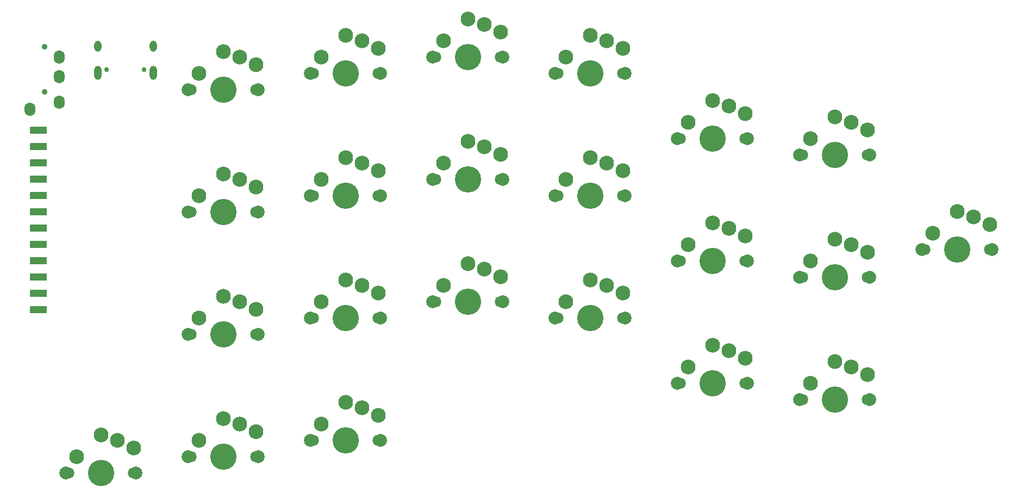
<source format=gbs>
G04 #@! TF.GenerationSoftware,KiCad,Pcbnew,5.1.10*
G04 #@! TF.CreationDate,2021-06-22T11:56:20+03:00*
G04 #@! TF.ProjectId,right,72696768-742e-46b6-9963-61645f706362,rev?*
G04 #@! TF.SameCoordinates,Original*
G04 #@! TF.FileFunction,Soldermask,Bot*
G04 #@! TF.FilePolarity,Negative*
%FSLAX46Y46*%
G04 Gerber Fmt 4.6, Leading zero omitted, Abs format (unit mm)*
G04 Created by KiCad (PCBNEW 5.1.10) date 2021-06-22 11:56:20*
%MOMM*%
%LPD*%
G01*
G04 APERTURE LIST*
%ADD10C,2.302000*%
%ADD11C,4.102000*%
%ADD12C,2.002000*%
%ADD13C,1.802000*%
%ADD14O,1.702000X2.102000*%
%ADD15C,0.902000*%
%ADD16O,1.102000X1.702000*%
%ADD17C,0.752000*%
%ADD18O,1.102000X2.202000*%
G04 APERTURE END LIST*
D10*
X136164000Y-125132000D03*
D11*
X131064000Y-129032000D03*
D12*
X125564000Y-129032000D03*
X136564000Y-129032000D03*
D10*
X131064000Y-123132000D03*
X133604000Y-123952000D03*
X127254000Y-126492000D03*
D13*
X136144000Y-129032000D03*
X125984000Y-129032000D03*
D10*
X117114000Y-70522000D03*
D11*
X112014000Y-74422000D03*
D12*
X106514000Y-74422000D03*
X117514000Y-74422000D03*
D10*
X112014000Y-68522000D03*
X114554000Y-69342000D03*
X108204000Y-71882000D03*
D13*
X117094000Y-74422000D03*
X106934000Y-74422000D03*
X87884000Y-134112000D03*
X98044000Y-134112000D03*
D10*
X89154000Y-131572000D03*
X95504000Y-129032000D03*
X92964000Y-128212000D03*
D12*
X98464000Y-134112000D03*
X87464000Y-134112000D03*
D11*
X92964000Y-134112000D03*
D10*
X98064000Y-130212000D03*
X212364000Y-80682000D03*
D11*
X207264000Y-84582000D03*
D12*
X201764000Y-84582000D03*
X212764000Y-84582000D03*
D10*
X207264000Y-78682000D03*
X209804000Y-79502000D03*
X203454000Y-82042000D03*
D13*
X212344000Y-84582000D03*
X202184000Y-84582000D03*
X202184000Y-103632000D03*
X212344000Y-103632000D03*
D10*
X203454000Y-101092000D03*
X209804000Y-98552000D03*
X207264000Y-97732000D03*
D12*
X212764000Y-103632000D03*
X201764000Y-103632000D03*
D11*
X207264000Y-103632000D03*
D10*
X212364000Y-99732000D03*
X212364000Y-118782000D03*
D11*
X207264000Y-122682000D03*
D12*
X201764000Y-122682000D03*
X212764000Y-122682000D03*
D10*
X207264000Y-116782000D03*
X209804000Y-117602000D03*
X203454000Y-120142000D03*
D13*
X212344000Y-122682000D03*
X202184000Y-122682000D03*
X164084000Y-71882000D03*
X174244000Y-71882000D03*
D10*
X165354000Y-69342000D03*
X171704000Y-66802000D03*
X169164000Y-65982000D03*
D12*
X174664000Y-71882000D03*
X163664000Y-71882000D03*
D11*
X169164000Y-71882000D03*
D10*
X174264000Y-67982000D03*
X117114000Y-89572000D03*
D11*
X112014000Y-93472000D03*
D12*
X106514000Y-93472000D03*
X117514000Y-93472000D03*
D10*
X112014000Y-87572000D03*
X114554000Y-88392000D03*
X108204000Y-90932000D03*
D13*
X117094000Y-93472000D03*
X106934000Y-93472000D03*
X164084000Y-90932000D03*
X174244000Y-90932000D03*
D10*
X165354000Y-88392000D03*
X171704000Y-85852000D03*
X169164000Y-85032000D03*
D12*
X174664000Y-90932000D03*
X163664000Y-90932000D03*
D11*
X169164000Y-90932000D03*
D10*
X174264000Y-87032000D03*
X174264000Y-106082000D03*
D11*
X169164000Y-109982000D03*
D12*
X163664000Y-109982000D03*
X174664000Y-109982000D03*
D10*
X169164000Y-104082000D03*
X171704000Y-104902000D03*
X165354000Y-107442000D03*
D13*
X174244000Y-109982000D03*
X164084000Y-109982000D03*
X221234000Y-99314000D03*
X231394000Y-99314000D03*
D10*
X222504000Y-96774000D03*
X228854000Y-94234000D03*
X226314000Y-93414000D03*
D12*
X231814000Y-99314000D03*
X220814000Y-99314000D03*
D11*
X226314000Y-99314000D03*
D10*
X231414000Y-95414000D03*
D13*
X106934000Y-112522000D03*
X117094000Y-112522000D03*
D10*
X108204000Y-109982000D03*
X114554000Y-107442000D03*
X112014000Y-106622000D03*
D12*
X117514000Y-112522000D03*
X106514000Y-112522000D03*
D11*
X112014000Y-112522000D03*
D10*
X117114000Y-108622000D03*
X193314000Y-78142000D03*
D11*
X188214000Y-82042000D03*
D12*
X182714000Y-82042000D03*
X193714000Y-82042000D03*
D10*
X188214000Y-76142000D03*
X190754000Y-76962000D03*
X184404000Y-79502000D03*
D13*
X193294000Y-82042000D03*
X183134000Y-82042000D03*
X183134000Y-101092000D03*
X193294000Y-101092000D03*
D10*
X184404000Y-98552000D03*
X190754000Y-96012000D03*
X188214000Y-95192000D03*
D12*
X193714000Y-101092000D03*
X182714000Y-101092000D03*
D11*
X188214000Y-101092000D03*
D10*
X193314000Y-97192000D03*
X193314000Y-116242000D03*
D11*
X188214000Y-120142000D03*
D12*
X182714000Y-120142000D03*
X193714000Y-120142000D03*
D10*
X188214000Y-114242000D03*
X190754000Y-115062000D03*
X184404000Y-117602000D03*
D13*
X193294000Y-120142000D03*
X183134000Y-120142000D03*
X145034000Y-69342000D03*
X155194000Y-69342000D03*
D10*
X146304000Y-66802000D03*
X152654000Y-64262000D03*
X150114000Y-63442000D03*
D12*
X155614000Y-69342000D03*
X144614000Y-69342000D03*
D11*
X150114000Y-69342000D03*
D10*
X155214000Y-65442000D03*
X155214000Y-84492000D03*
D11*
X150114000Y-88392000D03*
D12*
X144614000Y-88392000D03*
X155614000Y-88392000D03*
D10*
X150114000Y-82492000D03*
X152654000Y-83312000D03*
X146304000Y-85852000D03*
D13*
X155194000Y-88392000D03*
X145034000Y-88392000D03*
X145034000Y-107442000D03*
X155194000Y-107442000D03*
D10*
X146304000Y-104902000D03*
X152654000Y-102362000D03*
X150114000Y-101542000D03*
D12*
X155614000Y-107442000D03*
X144614000Y-107442000D03*
D11*
X150114000Y-107442000D03*
D10*
X155214000Y-103542000D03*
X136164000Y-67982000D03*
D11*
X131064000Y-71882000D03*
D12*
X125564000Y-71882000D03*
X136564000Y-71882000D03*
D10*
X131064000Y-65982000D03*
X133604000Y-66802000D03*
X127254000Y-69342000D03*
D13*
X136144000Y-71882000D03*
X125984000Y-71882000D03*
X125984000Y-90932000D03*
X136144000Y-90932000D03*
D10*
X127254000Y-88392000D03*
X133604000Y-85852000D03*
X131064000Y-85032000D03*
D12*
X136564000Y-90932000D03*
X125564000Y-90932000D03*
D11*
X131064000Y-90932000D03*
D10*
X136164000Y-87032000D03*
X136164000Y-106082000D03*
D11*
X131064000Y-109982000D03*
D12*
X125564000Y-109982000D03*
X136564000Y-109982000D03*
D10*
X131064000Y-104082000D03*
X133604000Y-104902000D03*
X127254000Y-107442000D03*
D13*
X136144000Y-109982000D03*
X125984000Y-109982000D03*
X106934000Y-131572000D03*
X117094000Y-131572000D03*
D10*
X108204000Y-129032000D03*
X114554000Y-126492000D03*
X112014000Y-125672000D03*
D12*
X117514000Y-131572000D03*
X106514000Y-131572000D03*
D11*
X112014000Y-131572000D03*
D10*
X117114000Y-127672000D03*
D14*
X81901000Y-77467000D03*
X86501000Y-76367000D03*
X86501000Y-69367000D03*
D15*
X84201000Y-74767000D03*
X84201000Y-67767000D03*
D14*
X86501000Y-72367000D03*
G36*
G01*
X84550000Y-80272000D02*
X84550000Y-81272000D01*
G75*
G02*
X84499000Y-81323000I-51000J0D01*
G01*
X81999000Y-81323000D01*
G75*
G02*
X81948000Y-81272000I0J51000D01*
G01*
X81948000Y-80272000D01*
G75*
G02*
X81999000Y-80221000I51000J0D01*
G01*
X84499000Y-80221000D01*
G75*
G02*
X84550000Y-80272000I0J-51000D01*
G01*
G37*
G36*
G01*
X84550000Y-82812000D02*
X84550000Y-83812000D01*
G75*
G02*
X84499000Y-83863000I-51000J0D01*
G01*
X81999000Y-83863000D01*
G75*
G02*
X81948000Y-83812000I0J51000D01*
G01*
X81948000Y-82812000D01*
G75*
G02*
X81999000Y-82761000I51000J0D01*
G01*
X84499000Y-82761000D01*
G75*
G02*
X84550000Y-82812000I0J-51000D01*
G01*
G37*
G36*
G01*
X84550000Y-85352000D02*
X84550000Y-86352000D01*
G75*
G02*
X84499000Y-86403000I-51000J0D01*
G01*
X81999000Y-86403000D01*
G75*
G02*
X81948000Y-86352000I0J51000D01*
G01*
X81948000Y-85352000D01*
G75*
G02*
X81999000Y-85301000I51000J0D01*
G01*
X84499000Y-85301000D01*
G75*
G02*
X84550000Y-85352000I0J-51000D01*
G01*
G37*
G36*
G01*
X84550000Y-87892000D02*
X84550000Y-88892000D01*
G75*
G02*
X84499000Y-88943000I-51000J0D01*
G01*
X81999000Y-88943000D01*
G75*
G02*
X81948000Y-88892000I0J51000D01*
G01*
X81948000Y-87892000D01*
G75*
G02*
X81999000Y-87841000I51000J0D01*
G01*
X84499000Y-87841000D01*
G75*
G02*
X84550000Y-87892000I0J-51000D01*
G01*
G37*
G36*
G01*
X84550000Y-90432000D02*
X84550000Y-91432000D01*
G75*
G02*
X84499000Y-91483000I-51000J0D01*
G01*
X81999000Y-91483000D01*
G75*
G02*
X81948000Y-91432000I0J51000D01*
G01*
X81948000Y-90432000D01*
G75*
G02*
X81999000Y-90381000I51000J0D01*
G01*
X84499000Y-90381000D01*
G75*
G02*
X84550000Y-90432000I0J-51000D01*
G01*
G37*
G36*
G01*
X84550000Y-92972000D02*
X84550000Y-93972000D01*
G75*
G02*
X84499000Y-94023000I-51000J0D01*
G01*
X81999000Y-94023000D01*
G75*
G02*
X81948000Y-93972000I0J51000D01*
G01*
X81948000Y-92972000D01*
G75*
G02*
X81999000Y-92921000I51000J0D01*
G01*
X84499000Y-92921000D01*
G75*
G02*
X84550000Y-92972000I0J-51000D01*
G01*
G37*
G36*
G01*
X84550000Y-95512000D02*
X84550000Y-96512000D01*
G75*
G02*
X84499000Y-96563000I-51000J0D01*
G01*
X81999000Y-96563000D01*
G75*
G02*
X81948000Y-96512000I0J51000D01*
G01*
X81948000Y-95512000D01*
G75*
G02*
X81999000Y-95461000I51000J0D01*
G01*
X84499000Y-95461000D01*
G75*
G02*
X84550000Y-95512000I0J-51000D01*
G01*
G37*
G36*
G01*
X84550000Y-98052000D02*
X84550000Y-99052000D01*
G75*
G02*
X84499000Y-99103000I-51000J0D01*
G01*
X81999000Y-99103000D01*
G75*
G02*
X81948000Y-99052000I0J51000D01*
G01*
X81948000Y-98052000D01*
G75*
G02*
X81999000Y-98001000I51000J0D01*
G01*
X84499000Y-98001000D01*
G75*
G02*
X84550000Y-98052000I0J-51000D01*
G01*
G37*
G36*
G01*
X84550000Y-100592000D02*
X84550000Y-101592000D01*
G75*
G02*
X84499000Y-101643000I-51000J0D01*
G01*
X81999000Y-101643000D01*
G75*
G02*
X81948000Y-101592000I0J51000D01*
G01*
X81948000Y-100592000D01*
G75*
G02*
X81999000Y-100541000I51000J0D01*
G01*
X84499000Y-100541000D01*
G75*
G02*
X84550000Y-100592000I0J-51000D01*
G01*
G37*
G36*
G01*
X84550000Y-103132000D02*
X84550000Y-104132000D01*
G75*
G02*
X84499000Y-104183000I-51000J0D01*
G01*
X81999000Y-104183000D01*
G75*
G02*
X81948000Y-104132000I0J51000D01*
G01*
X81948000Y-103132000D01*
G75*
G02*
X81999000Y-103081000I51000J0D01*
G01*
X84499000Y-103081000D01*
G75*
G02*
X84550000Y-103132000I0J-51000D01*
G01*
G37*
G36*
G01*
X84550000Y-105672000D02*
X84550000Y-106672000D01*
G75*
G02*
X84499000Y-106723000I-51000J0D01*
G01*
X81999000Y-106723000D01*
G75*
G02*
X81948000Y-106672000I0J51000D01*
G01*
X81948000Y-105672000D01*
G75*
G02*
X81999000Y-105621000I51000J0D01*
G01*
X84499000Y-105621000D01*
G75*
G02*
X84550000Y-105672000I0J-51000D01*
G01*
G37*
G36*
G01*
X84550000Y-108212000D02*
X84550000Y-109212000D01*
G75*
G02*
X84499000Y-109263000I-51000J0D01*
G01*
X81999000Y-109263000D01*
G75*
G02*
X81948000Y-109212000I0J51000D01*
G01*
X81948000Y-108212000D01*
G75*
G02*
X81999000Y-108161000I51000J0D01*
G01*
X84499000Y-108161000D01*
G75*
G02*
X84550000Y-108212000I0J-51000D01*
G01*
G37*
D16*
X92454000Y-67657000D03*
D17*
X93884000Y-71307000D03*
D16*
X101094000Y-67657000D03*
D17*
X99664000Y-71307000D03*
D18*
X101094000Y-71837000D03*
X92454000Y-71837000D03*
M02*

</source>
